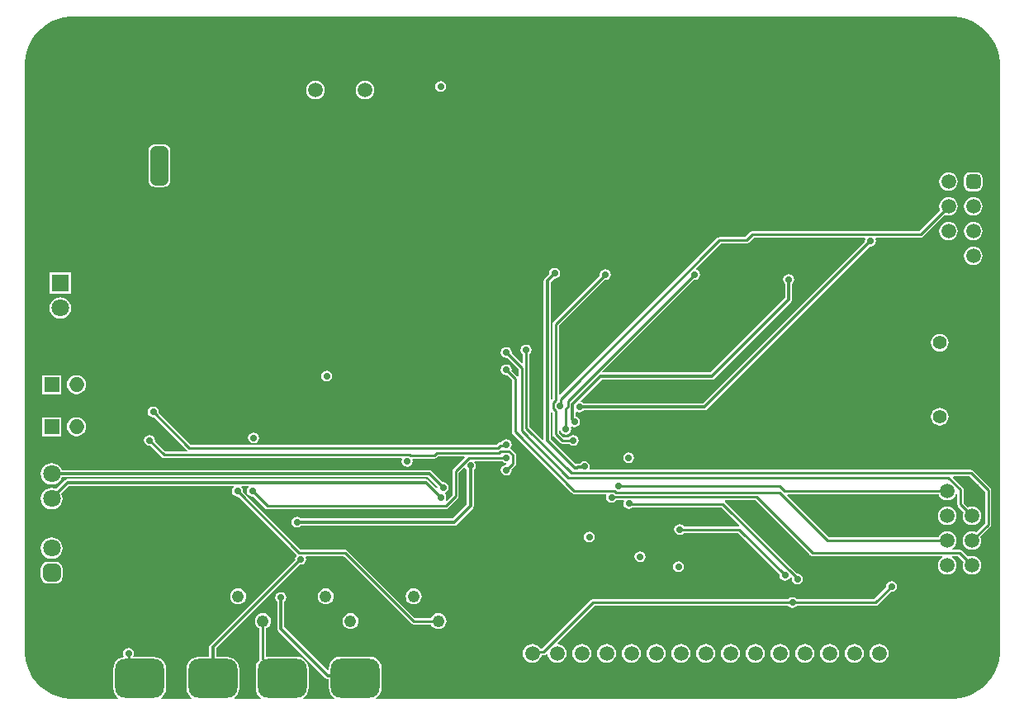
<source format=gbl>
G04*
G04 #@! TF.GenerationSoftware,Altium Limited,Altium Designer,24.1.2 (44)*
G04*
G04 Layer_Physical_Order=4*
G04 Layer_Color=16711680*
%FSLAX44Y44*%
%MOMM*%
G71*
G04*
G04 #@! TF.SameCoordinates,51815DC6-8F92-44A8-A11D-F5E15FB87907*
G04*
G04*
G04 #@! TF.FilePolarity,Positive*
G04*
G01*
G75*
%ADD17C,0.2540*%
%ADD85C,0.3000*%
%ADD87C,1.5200*%
G04:AMPARAMS|DCode=88|XSize=1.52mm|YSize=1.52mm|CornerRadius=0.38mm|HoleSize=0mm|Usage=FLASHONLY|Rotation=0.000|XOffset=0mm|YOffset=0mm|HoleType=Round|Shape=RoundedRectangle|*
%AMROUNDEDRECTD88*
21,1,1.5200,0.7600,0,0,0.0*
21,1,0.7600,1.5200,0,0,0.0*
1,1,0.7600,0.3800,-0.3800*
1,1,0.7600,-0.3800,-0.3800*
1,1,0.7600,-0.3800,0.3800*
1,1,0.7600,0.3800,0.3800*
%
%ADD88ROUNDEDRECTD88*%
%ADD89C,1.5000*%
G04:AMPARAMS|DCode=90|XSize=1.5mm|YSize=1.5mm|CornerRadius=0.375mm|HoleSize=0mm|Usage=FLASHONLY|Rotation=270.000|XOffset=0mm|YOffset=0mm|HoleType=Round|Shape=RoundedRectangle|*
%AMROUNDEDRECTD90*
21,1,1.5000,0.7500,0,0,270.0*
21,1,0.7500,1.5000,0,0,270.0*
1,1,0.7500,-0.3750,-0.3750*
1,1,0.7500,-0.3750,0.3750*
1,1,0.7500,0.3750,0.3750*
1,1,0.7500,0.3750,-0.3750*
%
%ADD90ROUNDEDRECTD90*%
%ADD91R,1.2220X1.2220*%
%ADD92C,1.2220*%
%ADD93R,1.5400X1.5240*%
%ADD94O,1.5400X1.5240*%
%ADD95C,1.8000*%
%ADD96R,1.8000X1.8000*%
%ADD97C,1.4080*%
%ADD98C,7.0000*%
G04:AMPARAMS|DCode=99|XSize=4mm|YSize=1.8mm|CornerRadius=0.45mm|HoleSize=0mm|Usage=FLASHONLY|Rotation=90.000|XOffset=0mm|YOffset=0mm|HoleType=Round|Shape=RoundedRectangle|*
%AMROUNDEDRECTD99*
21,1,4.0000,0.9000,0,0,90.0*
21,1,3.1000,1.8000,0,0,90.0*
1,1,0.9000,0.4500,1.5500*
1,1,0.9000,0.4500,-1.5500*
1,1,0.9000,-0.4500,-1.5500*
1,1,0.9000,-0.4500,1.5500*
%
%ADD99ROUNDEDRECTD99*%
G04:AMPARAMS|DCode=100|XSize=4mm|YSize=1.8mm|CornerRadius=0.45mm|HoleSize=0mm|Usage=FLASHONLY|Rotation=180.000|XOffset=0mm|YOffset=0mm|HoleType=Round|Shape=RoundedRectangle|*
%AMROUNDEDRECTD100*
21,1,4.0000,0.9000,0,0,180.0*
21,1,3.1000,1.8000,0,0,180.0*
1,1,0.9000,-1.5500,0.4500*
1,1,0.9000,1.5500,0.4500*
1,1,0.9000,1.5500,-0.4500*
1,1,0.9000,-1.5500,-0.4500*
%
%ADD100ROUNDEDRECTD100*%
G04:AMPARAMS|DCode=101|XSize=1.8mm|YSize=1.8mm|CornerRadius=0.45mm|HoleSize=0mm|Usage=FLASHONLY|Rotation=180.000|XOffset=0mm|YOffset=0mm|HoleType=Round|Shape=RoundedRectangle|*
%AMROUNDEDRECTD101*
21,1,1.8000,0.9000,0,0,180.0*
21,1,0.9000,1.8000,0,0,180.0*
1,1,0.9000,-0.4500,0.4500*
1,1,0.9000,0.4500,0.4500*
1,1,0.9000,0.4500,-0.4500*
1,1,0.9000,-0.4500,-0.4500*
%
%ADD101ROUNDEDRECTD101*%
%ADD102C,0.7000*%
G04:AMPARAMS|DCode=103|XSize=5mm|YSize=4mm|CornerRadius=1mm|HoleSize=0mm|Usage=FLASHONLY|Rotation=0.000|XOffset=0mm|YOffset=0mm|HoleType=Round|Shape=RoundedRectangle|*
%AMROUNDEDRECTD103*
21,1,5.0000,2.0000,0,0,0.0*
21,1,3.0000,4.0000,0,0,0.0*
1,1,2.0000,1.5000,-1.0000*
1,1,2.0000,-1.5000,-1.0000*
1,1,2.0000,-1.5000,1.0000*
1,1,2.0000,1.5000,1.0000*
%
%ADD103ROUNDEDRECTD103*%
G36*
X950000Y700000D02*
X953277D01*
X959775Y699144D01*
X966106Y697448D01*
X972162Y694940D01*
X977838Y691663D01*
X983038Y687673D01*
X987673Y683038D01*
X991663Y677838D01*
X994940Y672162D01*
X997448Y666106D01*
X999144Y659775D01*
X1000000Y653277D01*
Y650000D01*
X1000000Y650000D01*
X1000000Y650000D01*
X1000000Y50000D01*
Y46723D01*
X999145Y40224D01*
X997448Y33893D01*
X994940Y27838D01*
X991663Y22162D01*
X987673Y16962D01*
X983038Y12327D01*
X977838Y8337D01*
X972162Y5060D01*
X966106Y2552D01*
X959775Y856D01*
X953277Y0D01*
X950000Y0D01*
X360610Y0D01*
X360423Y1270D01*
X362719Y3031D01*
X364642Y5538D01*
X365851Y8457D01*
X366264Y11590D01*
Y31590D01*
X365851Y34723D01*
X364642Y37642D01*
X362719Y40149D01*
X360212Y42072D01*
X357293Y43281D01*
X354160Y43693D01*
X324160D01*
X321027Y43281D01*
X318108Y42072D01*
X315602Y40149D01*
X313678Y37642D01*
X312469Y34723D01*
X312056Y31590D01*
Y29930D01*
X310883Y29444D01*
X266459Y73868D01*
Y99910D01*
X266855Y100175D01*
X268071Y101994D01*
X268498Y104140D01*
X268071Y106286D01*
X266855Y108105D01*
X265036Y109321D01*
X262890Y109748D01*
X260744Y109321D01*
X258925Y108105D01*
X257709Y106286D01*
X257282Y104140D01*
X257709Y101994D01*
X258925Y100175D01*
X259321Y99910D01*
Y72390D01*
X259593Y71024D01*
X260367Y69867D01*
X308894Y21339D01*
X310052Y20566D01*
X311417Y20294D01*
X312056D01*
Y11590D01*
X312469Y8457D01*
X313678Y5538D01*
X315602Y3031D01*
X317897Y1270D01*
X317710Y0D01*
X285610D01*
X285423Y1270D01*
X287719Y3031D01*
X289642Y5538D01*
X290851Y8457D01*
X291264Y11590D01*
Y31590D01*
X290851Y34723D01*
X289642Y37642D01*
X287719Y40149D01*
X285212Y42072D01*
X282293Y43281D01*
X279160Y43693D01*
X249160D01*
X248689Y43632D01*
X247734Y44469D01*
Y72603D01*
X248490Y72916D01*
X250184Y74216D01*
X251484Y75910D01*
X252301Y77883D01*
X252580Y80000D01*
X252301Y82117D01*
X251484Y84090D01*
X250184Y85784D01*
X248490Y87084D01*
X246517Y87901D01*
X244400Y88180D01*
X242283Y87901D01*
X240310Y87084D01*
X238616Y85784D01*
X237316Y84090D01*
X236499Y82117D01*
X236220Y80000D01*
X236499Y77883D01*
X237316Y75910D01*
X238616Y74216D01*
X240310Y72916D01*
X241066Y72603D01*
Y41075D01*
X241164Y40580D01*
X240602Y40149D01*
X238678Y37642D01*
X237469Y34723D01*
X237056Y31590D01*
Y11590D01*
X237469Y8457D01*
X238678Y5538D01*
X240602Y3031D01*
X242897Y1270D01*
X242710Y0D01*
X215552D01*
X215121Y1270D01*
X216668Y2457D01*
X218592Y4964D01*
X219801Y7883D01*
X220214Y11016D01*
Y31016D01*
X219801Y34149D01*
X218592Y37068D01*
X216668Y39574D01*
X214162Y41498D01*
X211243Y42707D01*
X208110Y43120D01*
X196679D01*
Y51932D01*
X282742Y137995D01*
X283210Y137902D01*
X285356Y138329D01*
X287175Y139545D01*
X288391Y141364D01*
X288818Y143510D01*
X288391Y145656D01*
X288277Y145826D01*
X288876Y146946D01*
X327129D01*
X396432Y77642D01*
X397514Y76920D01*
X398790Y76666D01*
X417053D01*
X417366Y75910D01*
X418666Y74216D01*
X420360Y72916D01*
X422333Y72099D01*
X424450Y71820D01*
X426567Y72099D01*
X428540Y72916D01*
X430234Y74216D01*
X431534Y75910D01*
X432351Y77883D01*
X432630Y80000D01*
X432351Y82117D01*
X431534Y84090D01*
X430234Y85784D01*
X428540Y87084D01*
X426567Y87901D01*
X424450Y88180D01*
X422333Y87901D01*
X420360Y87084D01*
X418666Y85784D01*
X417366Y84090D01*
X417053Y83334D01*
X400171D01*
X330868Y152638D01*
X329786Y153360D01*
X328510Y153614D01*
X282948D01*
X223947Y212615D01*
X224095Y213360D01*
X223668Y215506D01*
X222453Y217325D01*
X222324Y217411D01*
X222709Y218681D01*
X229458D01*
X229844Y217411D01*
X229715Y217325D01*
X228499Y215506D01*
X228072Y213360D01*
X228499Y211214D01*
X229715Y209395D01*
X231534Y208179D01*
X233680Y207752D01*
X234425Y207900D01*
X246562Y195763D01*
X247644Y195040D01*
X248920Y194786D01*
X431800D01*
X433076Y195040D01*
X434157Y195763D01*
X444318Y205922D01*
X445040Y207004D01*
X445294Y208280D01*
Y232373D01*
X450764Y237843D01*
X451979Y237474D01*
X452019Y237274D01*
X453235Y235455D01*
X453631Y235190D01*
Y199598D01*
X439212Y185179D01*
X283630D01*
X283365Y185575D01*
X281546Y186791D01*
X279400Y187218D01*
X277254Y186791D01*
X275435Y185575D01*
X274219Y183756D01*
X273792Y181610D01*
X274219Y179464D01*
X275435Y177645D01*
X277254Y176429D01*
X279400Y176002D01*
X281546Y176429D01*
X283365Y177645D01*
X283630Y178041D01*
X440690D01*
X442056Y178313D01*
X443213Y179087D01*
X459723Y195597D01*
X460497Y196754D01*
X460769Y198120D01*
Y235190D01*
X461165Y235455D01*
X462381Y237274D01*
X462808Y239420D01*
X462381Y241566D01*
X461392Y243046D01*
X461884Y244316D01*
X489643D01*
X490065Y243685D01*
X491884Y242469D01*
X493797Y242089D01*
X494256Y241366D01*
X494436Y240828D01*
X494205Y240523D01*
X494030Y240558D01*
X491884Y240131D01*
X490065Y238915D01*
X488849Y237096D01*
X488422Y234950D01*
X488849Y232804D01*
X490065Y230985D01*
X491884Y229769D01*
X494030Y229342D01*
X496176Y229769D01*
X497995Y230985D01*
X499211Y232804D01*
X499638Y234950D01*
X499490Y235695D01*
X503158Y239363D01*
X503880Y240444D01*
X504134Y241720D01*
Y250454D01*
X503880Y251730D01*
X503158Y252812D01*
X499192Y256777D01*
X498158Y257468D01*
X499211Y259044D01*
X499638Y261190D01*
X499211Y263336D01*
X497995Y265155D01*
X496176Y266371D01*
X494030Y266798D01*
X491884Y266371D01*
X490065Y265155D01*
X489073Y263671D01*
X487977D01*
X486701Y263417D01*
X485619Y262694D01*
X484069Y261144D01*
X235336D01*
X235210Y262414D01*
X235876Y262546D01*
X237096Y262789D01*
X238915Y264005D01*
X240131Y265824D01*
X240558Y267970D01*
X240131Y270116D01*
X238915Y271935D01*
X237096Y273151D01*
X234950Y273578D01*
X232804Y273151D01*
X230985Y271935D01*
X229769Y270116D01*
X229342Y267970D01*
X229769Y265824D01*
X230985Y264005D01*
X232804Y262789D01*
X234024Y262546D01*
X234690Y262414D01*
X234564Y261144D01*
X170291D01*
X137540Y293895D01*
X137688Y294640D01*
X137261Y296786D01*
X136045Y298605D01*
X134226Y299821D01*
X132080Y300248D01*
X129934Y299821D01*
X128115Y298605D01*
X126899Y296786D01*
X126472Y294640D01*
X126899Y292494D01*
X128115Y290675D01*
X129934Y289459D01*
X132080Y289032D01*
X132825Y289180D01*
X166553Y255452D01*
X166909Y255214D01*
X166524Y253944D01*
X144471D01*
X133730Y264685D01*
X133878Y265430D01*
X133451Y267576D01*
X132235Y269395D01*
X130416Y270611D01*
X128270Y271038D01*
X126124Y270611D01*
X124305Y269395D01*
X123089Y267576D01*
X122662Y265430D01*
X123089Y263284D01*
X124305Y261465D01*
X126124Y260249D01*
X128270Y259822D01*
X129015Y259970D01*
X140732Y248253D01*
X141814Y247530D01*
X143090Y247276D01*
X386764D01*
X387363Y246156D01*
X387249Y245986D01*
X386822Y243840D01*
X387249Y241694D01*
X388465Y239875D01*
X390284Y238659D01*
X392430Y238232D01*
X394576Y238659D01*
X396395Y239875D01*
X397611Y241694D01*
X398038Y243840D01*
X397690Y245586D01*
X398441Y246856D01*
X420370D01*
X421646Y247110D01*
X422728Y247833D01*
X423866Y248971D01*
X450802D01*
X451288Y247798D01*
X439603Y236112D01*
X438880Y235030D01*
X438626Y233754D01*
Y209661D01*
X432621Y203657D01*
X431635Y204466D01*
X431901Y204864D01*
X432328Y207010D01*
X431901Y209156D01*
X430936Y210601D01*
X431309Y211970D01*
X431406Y211989D01*
X433225Y213205D01*
X434441Y215024D01*
X434868Y217170D01*
X434441Y219316D01*
X433225Y221135D01*
X431406Y222351D01*
X429260Y222778D01*
X428792Y222685D01*
X417813Y233663D01*
X416656Y234437D01*
X415290Y234709D01*
X38368D01*
X37548Y236688D01*
X35785Y238985D01*
X33488Y240749D01*
X30812Y241857D01*
X27940Y242235D01*
X25068Y241857D01*
X22392Y240749D01*
X20095Y238985D01*
X18332Y236688D01*
X17223Y234012D01*
X16845Y231140D01*
X17223Y228268D01*
X18332Y225592D01*
X20095Y223295D01*
X22392Y221532D01*
X25068Y220423D01*
X27940Y220045D01*
X30812Y220423D01*
X33487Y221532D01*
X35785Y223295D01*
X37548Y225592D01*
X38368Y227571D01*
X413812D01*
X423379Y218004D01*
X423293Y217280D01*
X421959Y216818D01*
X414003Y224773D01*
X412846Y225547D01*
X411480Y225819D01*
X44450D01*
X43084Y225547D01*
X41927Y224773D01*
X32791Y215637D01*
X30812Y216457D01*
X27940Y216835D01*
X25068Y216457D01*
X22392Y215348D01*
X20095Y213585D01*
X18332Y211287D01*
X17223Y208612D01*
X16845Y205740D01*
X17223Y202868D01*
X18332Y200193D01*
X20095Y197895D01*
X22392Y196131D01*
X25068Y195023D01*
X27940Y194645D01*
X30812Y195023D01*
X33487Y196131D01*
X35785Y197895D01*
X37548Y200193D01*
X38657Y202868D01*
X39035Y205740D01*
X38657Y208612D01*
X37837Y210590D01*
X45928Y218681D01*
X214266D01*
X214651Y217411D01*
X214522Y217325D01*
X213307Y215506D01*
X212880Y213360D01*
X213307Y211214D01*
X214522Y209395D01*
X216341Y208179D01*
X218487Y207752D01*
X219232Y207900D01*
X278576Y148556D01*
X279116Y147683D01*
X278735Y146712D01*
X278029Y145656D01*
X277602Y143510D01*
X277695Y143042D01*
X190587Y55933D01*
X189813Y54776D01*
X189541Y53410D01*
Y43120D01*
X178110D01*
X174977Y42707D01*
X172058Y41498D01*
X169552Y39574D01*
X167628Y37068D01*
X166419Y34149D01*
X166006Y31016D01*
Y11016D01*
X166419Y7883D01*
X167628Y4964D01*
X169552Y2457D01*
X171099Y1270D01*
X170668Y0D01*
X140552D01*
X140121Y1270D01*
X141669Y2457D01*
X143592Y4964D01*
X144801Y7883D01*
X145214Y11016D01*
Y31016D01*
X144801Y34149D01*
X143592Y37068D01*
X141669Y39574D01*
X139162Y41498D01*
X136243Y42707D01*
X133110Y43120D01*
X112056D01*
X111457Y44240D01*
X111861Y44844D01*
X112288Y46990D01*
X111861Y49136D01*
X110645Y50955D01*
X108826Y52171D01*
X106680Y52598D01*
X104534Y52171D01*
X102715Y50955D01*
X101499Y49136D01*
X101072Y46990D01*
X101499Y44844D01*
X102020Y44064D01*
X101496Y42907D01*
X99977Y42707D01*
X97058Y41498D01*
X94551Y39574D01*
X92628Y37068D01*
X91419Y34149D01*
X91006Y31016D01*
Y11016D01*
X91419Y7883D01*
X92628Y4964D01*
X94551Y2457D01*
X96099Y1270D01*
X95668Y0D01*
X50000D01*
X46723D01*
X40224Y856D01*
X33893Y2552D01*
X27838Y5060D01*
X22162Y8337D01*
X16962Y12327D01*
X12327Y16962D01*
X8337Y22162D01*
X5060Y27838D01*
X2552Y33893D01*
X856Y40224D01*
X0Y46723D01*
X0Y50000D01*
X0Y650000D01*
Y653277D01*
X856Y659775D01*
X2552Y666106D01*
X5060Y672162D01*
X8337Y677838D01*
X12327Y683038D01*
X16962Y687673D01*
X22162Y691663D01*
X27838Y694940D01*
X33893Y697448D01*
X40224Y699144D01*
X46723Y700000D01*
X50000Y700000D01*
X50000Y700000D01*
X950000Y700000D01*
D02*
G37*
%LPC*%
G36*
X426720Y634258D02*
X424574Y633831D01*
X422755Y632615D01*
X421539Y630796D01*
X421112Y628650D01*
X421539Y626504D01*
X422755Y624685D01*
X424574Y623469D01*
X426720Y623042D01*
X428866Y623469D01*
X430685Y624685D01*
X431901Y626504D01*
X432328Y628650D01*
X431901Y630796D01*
X430685Y632615D01*
X428866Y633831D01*
X426720Y634258D01*
D02*
G37*
G36*
X349250Y634422D02*
X346770Y634095D01*
X344459Y633138D01*
X342475Y631615D01*
X340952Y629631D01*
X339995Y627320D01*
X339668Y624840D01*
X339995Y622360D01*
X340952Y620049D01*
X342475Y618064D01*
X344459Y616542D01*
X346770Y615584D01*
X349250Y615258D01*
X351730Y615584D01*
X354041Y616542D01*
X356025Y618064D01*
X357548Y620049D01*
X358506Y622360D01*
X358832Y624840D01*
X358506Y627320D01*
X357548Y629631D01*
X356025Y631615D01*
X354041Y633138D01*
X351730Y634095D01*
X349250Y634422D01*
D02*
G37*
G36*
X298450D02*
X295970Y634095D01*
X293659Y633138D01*
X291675Y631615D01*
X290152Y629631D01*
X289195Y627320D01*
X288868Y624840D01*
X289195Y622360D01*
X290152Y620049D01*
X291675Y618064D01*
X293659Y616542D01*
X295970Y615584D01*
X298450Y615258D01*
X300930Y615584D01*
X303241Y616542D01*
X305226Y618064D01*
X306748Y620049D01*
X307705Y622360D01*
X308032Y624840D01*
X307705Y627320D01*
X306748Y629631D01*
X305226Y631615D01*
X303241Y633138D01*
X300930Y634095D01*
X298450Y634422D01*
D02*
G37*
G36*
X142750Y569426D02*
X133750D01*
X132053Y569203D01*
X130472Y568548D01*
X129114Y567506D01*
X128072Y566148D01*
X127417Y564567D01*
X127194Y562870D01*
Y531870D01*
X127417Y530173D01*
X128072Y528592D01*
X129114Y527234D01*
X130472Y526192D01*
X132053Y525537D01*
X133750Y525314D01*
X142750D01*
X144447Y525537D01*
X146028Y526192D01*
X147386Y527234D01*
X148428Y528592D01*
X149083Y530173D01*
X149306Y531870D01*
Y562870D01*
X149083Y564567D01*
X148428Y566148D01*
X147386Y567506D01*
X146028Y568548D01*
X144447Y569203D01*
X142750Y569426D01*
D02*
G37*
G36*
X947420Y540442D02*
X944940Y540116D01*
X942629Y539158D01*
X940645Y537635D01*
X939122Y535651D01*
X938165Y533340D01*
X937838Y530860D01*
X938165Y528380D01*
X939122Y526069D01*
X940645Y524085D01*
X942629Y522562D01*
X944940Y521604D01*
X947420Y521278D01*
X949900Y521604D01*
X952211Y522562D01*
X954195Y524085D01*
X955718Y526069D01*
X956675Y528380D01*
X957002Y530860D01*
X956675Y533340D01*
X955718Y535651D01*
X954195Y537635D01*
X952211Y539158D01*
X949900Y540116D01*
X947420Y540442D01*
D02*
G37*
G36*
X976570Y540473D02*
X969070D01*
X966826Y540026D01*
X964924Y538755D01*
X963654Y536853D01*
X963207Y534610D01*
Y527110D01*
X963654Y524866D01*
X964924Y522965D01*
X966826Y521694D01*
X969070Y521247D01*
X976570D01*
X978813Y521694D01*
X980715Y522965D01*
X981986Y524866D01*
X982433Y527110D01*
Y534610D01*
X981986Y536853D01*
X980715Y538755D01*
X978813Y540026D01*
X976570Y540473D01*
D02*
G37*
G36*
X972820Y515042D02*
X970340Y514715D01*
X968029Y513758D01*
X966044Y512235D01*
X964522Y510251D01*
X963565Y507940D01*
X963238Y505460D01*
X963565Y502980D01*
X964522Y500669D01*
X966044Y498685D01*
X968029Y497162D01*
X970340Y496204D01*
X972820Y495878D01*
X975300Y496204D01*
X977611Y497162D01*
X979595Y498685D01*
X981118Y500669D01*
X982076Y502980D01*
X982402Y505460D01*
X982076Y507940D01*
X981118Y510251D01*
X979595Y512235D01*
X977611Y513758D01*
X975300Y514715D01*
X972820Y515042D01*
D02*
G37*
G36*
X947420D02*
X944940Y514715D01*
X942629Y513758D01*
X940645Y512235D01*
X939122Y510251D01*
X938165Y507940D01*
X937838Y505460D01*
X938165Y502980D01*
X938768Y501523D01*
X917249Y480004D01*
X746244D01*
X744968Y479750D01*
X743887Y479027D01*
X738938Y474079D01*
X712631D01*
X711355Y473825D01*
X710273Y473103D01*
X549337Y312167D01*
X548164Y312653D01*
Y383429D01*
X594885Y430150D01*
X595630Y430002D01*
X597776Y430429D01*
X599595Y431645D01*
X600811Y433464D01*
X601238Y435610D01*
X600811Y437756D01*
X599595Y439575D01*
X597776Y440791D01*
X595630Y441218D01*
X593484Y440791D01*
X591665Y439575D01*
X590449Y437756D01*
X590022Y435610D01*
X590170Y434865D01*
X542472Y387168D01*
X541750Y386086D01*
X541496Y384810D01*
Y308360D01*
X540684Y307715D01*
X539509Y308231D01*
Y427782D01*
X543092Y431365D01*
X543560Y431272D01*
X545706Y431699D01*
X547525Y432915D01*
X548741Y434734D01*
X549168Y436880D01*
X548741Y439026D01*
X547525Y440845D01*
X545706Y442061D01*
X543560Y442488D01*
X541414Y442061D01*
X539595Y440845D01*
X538379Y439026D01*
X537952Y436880D01*
X538045Y436412D01*
X533417Y431783D01*
X532643Y430626D01*
X532371Y429260D01*
Y266620D01*
X531101Y266094D01*
X517684Y279511D01*
Y353753D01*
X518315Y354175D01*
X519531Y355994D01*
X519958Y358140D01*
X519531Y360286D01*
X518315Y362105D01*
X516496Y363321D01*
X514350Y363748D01*
X512204Y363321D01*
X510385Y362105D01*
X509169Y360286D01*
X508742Y358140D01*
X509169Y355994D01*
X510385Y354175D01*
X511016Y353753D01*
Y344989D01*
X509843Y344502D01*
X499490Y354855D01*
X499638Y355600D01*
X499211Y357746D01*
X497995Y359565D01*
X496176Y360781D01*
X494030Y361208D01*
X491884Y360781D01*
X490065Y359565D01*
X488849Y357746D01*
X488422Y355600D01*
X488849Y353454D01*
X490065Y351635D01*
X491884Y350419D01*
X494030Y349992D01*
X494775Y350140D01*
X506476Y338439D01*
Y331780D01*
X505511Y331383D01*
X505206Y331359D01*
X499490Y337075D01*
X499638Y337820D01*
X499211Y339966D01*
X497995Y341785D01*
X496176Y343001D01*
X494030Y343428D01*
X491884Y343001D01*
X490065Y341785D01*
X488849Y339966D01*
X488422Y337820D01*
X488849Y335674D01*
X490065Y333855D01*
X491884Y332639D01*
X494030Y332212D01*
X494775Y332360D01*
X499586Y327549D01*
Y274320D01*
X499840Y273044D01*
X500563Y271963D01*
X561102Y211423D01*
X562184Y210700D01*
X563460Y210446D01*
X596314D01*
X596913Y209326D01*
X596799Y209156D01*
X596372Y207010D01*
X596799Y204864D01*
X598015Y203045D01*
X599834Y201829D01*
X601980Y201402D01*
X604126Y201829D01*
X605945Y203045D01*
X606710Y204189D01*
X614097D01*
X614696Y203069D01*
X614582Y202899D01*
X614155Y200753D01*
X614582Y198607D01*
X615798Y196788D01*
X617617Y195572D01*
X619763Y195145D01*
X621909Y195572D01*
X623728Y196788D01*
X623807Y196906D01*
X714733D01*
X733077Y178562D01*
X732941Y177975D01*
X732519Y177324D01*
X676217D01*
X675795Y177955D01*
X673976Y179171D01*
X671830Y179598D01*
X669684Y179171D01*
X667865Y177955D01*
X666649Y176136D01*
X666222Y173990D01*
X666649Y171844D01*
X667865Y170025D01*
X669684Y168809D01*
X671830Y168382D01*
X673976Y168809D01*
X675795Y170025D01*
X676217Y170656D01*
X731409D01*
X774320Y127745D01*
X774172Y127000D01*
X774599Y124854D01*
X775815Y123035D01*
X777634Y121819D01*
X779780Y121392D01*
X781926Y121819D01*
X783745Y123035D01*
X784961Y124854D01*
X785001Y125054D01*
X786216Y125423D01*
X787134Y124505D01*
X786872Y123190D01*
X787299Y121044D01*
X788515Y119225D01*
X790334Y118009D01*
X792480Y117582D01*
X794626Y118009D01*
X796445Y119225D01*
X797661Y121044D01*
X798088Y123190D01*
X797661Y125336D01*
X796445Y127155D01*
X794626Y128371D01*
X792480Y128798D01*
X792306Y128763D01*
X718472Y202598D01*
X717991Y202919D01*
X718376Y204189D01*
X749290D01*
X805977Y147502D01*
X807058Y146780D01*
X808334Y146526D01*
X940767D01*
X940840Y146395D01*
X941095Y145256D01*
X939375Y143935D01*
X937852Y141951D01*
X936895Y139640D01*
X936568Y137160D01*
X936895Y134680D01*
X937852Y132369D01*
X939375Y130385D01*
X941359Y128862D01*
X943670Y127905D01*
X946150Y127578D01*
X948630Y127905D01*
X950941Y128862D01*
X952925Y130385D01*
X954448Y132369D01*
X955406Y134680D01*
X955732Y137160D01*
X955406Y139640D01*
X954448Y141951D01*
X952925Y143935D01*
X951205Y145256D01*
X951460Y146395D01*
X951533Y146526D01*
X957469D01*
X962898Y141097D01*
X962294Y139640D01*
X961968Y137160D01*
X962294Y134680D01*
X963252Y132369D01*
X964774Y130385D01*
X966759Y128862D01*
X969070Y127905D01*
X971550Y127578D01*
X974030Y127905D01*
X976341Y128862D01*
X978325Y130385D01*
X979848Y132369D01*
X980806Y134680D01*
X981132Y137160D01*
X980806Y139640D01*
X979848Y141951D01*
X978325Y143935D01*
X976341Y145458D01*
X974030Y146416D01*
X971550Y146742D01*
X969070Y146416D01*
X967613Y145812D01*
X961208Y152218D01*
X960126Y152940D01*
X958850Y153194D01*
X951533D01*
X951460Y153325D01*
X951205Y154464D01*
X952925Y155785D01*
X954448Y157769D01*
X955406Y160080D01*
X955732Y162560D01*
X955406Y165040D01*
X954448Y167351D01*
X952925Y169335D01*
X950941Y170858D01*
X948630Y171815D01*
X946150Y172142D01*
X943670Y171815D01*
X941359Y170858D01*
X939375Y169335D01*
X937852Y167351D01*
X937248Y165894D01*
X825093D01*
X782134Y208853D01*
X782620Y210026D01*
X937248D01*
X937852Y208569D01*
X939375Y206585D01*
X941359Y205062D01*
X943670Y204104D01*
X946150Y203778D01*
X948630Y204104D01*
X950941Y205062D01*
X952925Y206585D01*
X954448Y208569D01*
X955284Y210588D01*
X956554Y210335D01*
Y199622D01*
X956808Y198346D01*
X957531Y197264D01*
X962898Y191897D01*
X962294Y190440D01*
X961968Y187960D01*
X962294Y185480D01*
X963252Y183169D01*
X964774Y181185D01*
X966759Y179662D01*
X969070Y178704D01*
X971550Y178378D01*
X974030Y178704D01*
X976341Y179662D01*
X978325Y181185D01*
X979848Y183169D01*
X980806Y185480D01*
X981132Y187960D01*
X980806Y190440D01*
X979848Y192751D01*
X978325Y194735D01*
X976341Y196258D01*
X974030Y197215D01*
X971550Y197542D01*
X969070Y197215D01*
X967613Y196612D01*
X963223Y201003D01*
Y214853D01*
X962969Y216129D01*
X962246Y217210D01*
X952058Y227398D01*
X952544Y228571D01*
X969052D01*
X984726Y212897D01*
Y180451D01*
X975487Y171212D01*
X974030Y171815D01*
X971550Y172142D01*
X969070Y171815D01*
X966759Y170858D01*
X964774Y169335D01*
X963252Y167351D01*
X962294Y165040D01*
X961968Y162560D01*
X962294Y160080D01*
X963252Y157769D01*
X964774Y155785D01*
X966759Y154262D01*
X969070Y153305D01*
X971550Y152978D01*
X974030Y153305D01*
X976341Y154262D01*
X978325Y155785D01*
X979848Y157769D01*
X980806Y160080D01*
X981132Y162560D01*
X980806Y165040D01*
X980202Y166497D01*
X990417Y176712D01*
X991140Y177794D01*
X991394Y179070D01*
Y214278D01*
X991140Y215554D01*
X990417Y216635D01*
X972790Y234263D01*
X971708Y234986D01*
X970433Y235239D01*
X579706D01*
X579107Y236359D01*
X579221Y236529D01*
X579648Y238675D01*
X579221Y240821D01*
X578005Y242640D01*
X576186Y243856D01*
X574040Y244283D01*
X571894Y243856D01*
X570075Y242640D01*
X569298Y241479D01*
X567300D01*
X565934Y241207D01*
X565712Y241059D01*
X565358D01*
X539509Y266908D01*
Y293749D01*
X540684Y294265D01*
X541496Y293620D01*
Y271780D01*
X541750Y270504D01*
X542472Y269422D01*
X548822Y263072D01*
X549904Y262350D01*
X551180Y262096D01*
X558223D01*
X558645Y261465D01*
X560464Y260249D01*
X562610Y259822D01*
X564756Y260249D01*
X566575Y261465D01*
X567791Y263284D01*
X568218Y265430D01*
X567791Y267576D01*
X566575Y269395D01*
X564756Y270611D01*
X562610Y271038D01*
X560464Y270611D01*
X558645Y269395D01*
X558223Y268764D01*
X552561D01*
X548164Y273161D01*
Y275969D01*
X548245Y276066D01*
X549092Y275982D01*
X549607Y275728D01*
X549809Y274714D01*
X551025Y272895D01*
X552844Y271679D01*
X554990Y271252D01*
X557136Y271679D01*
X558955Y272895D01*
X560171Y274714D01*
X560598Y276860D01*
X560214Y278787D01*
X560737Y279333D01*
X561244Y279627D01*
X561734Y279299D01*
X563880Y278872D01*
X566026Y279299D01*
X567845Y280515D01*
X569061Y282334D01*
X569488Y284480D01*
X569061Y286626D01*
X567845Y288445D01*
X566026Y289661D01*
X565529Y289760D01*
Y294051D01*
X566649Y294650D01*
X566814Y294539D01*
X568960Y294112D01*
X571106Y294539D01*
X572925Y295755D01*
X573190Y296151D01*
X697230D01*
X698596Y296423D01*
X699753Y297197D01*
X866942Y464385D01*
X867410Y464292D01*
X869556Y464719D01*
X871375Y465935D01*
X872591Y467754D01*
X873018Y469900D01*
X872591Y472046D01*
X872477Y472216D01*
X873076Y473336D01*
X918630D01*
X919906Y473590D01*
X920987Y474313D01*
X943483Y496808D01*
X944940Y496204D01*
X947420Y495878D01*
X949900Y496204D01*
X952211Y497162D01*
X954195Y498685D01*
X955718Y500669D01*
X956675Y502980D01*
X957002Y505460D01*
X956675Y507940D01*
X955718Y510251D01*
X954195Y512235D01*
X952211Y513758D01*
X949900Y514715D01*
X947420Y515042D01*
D02*
G37*
G36*
X972820Y489642D02*
X970340Y489315D01*
X968029Y488358D01*
X966044Y486835D01*
X964522Y484851D01*
X963565Y482540D01*
X963238Y480060D01*
X963565Y477580D01*
X964522Y475269D01*
X966044Y473284D01*
X968029Y471762D01*
X970340Y470804D01*
X972820Y470478D01*
X975300Y470804D01*
X977611Y471762D01*
X979595Y473284D01*
X981118Y475269D01*
X982076Y477580D01*
X982402Y480060D01*
X982076Y482540D01*
X981118Y484851D01*
X979595Y486835D01*
X977611Y488358D01*
X975300Y489315D01*
X972820Y489642D01*
D02*
G37*
G36*
X947420D02*
X944940Y489315D01*
X942629Y488358D01*
X940645Y486835D01*
X939122Y484851D01*
X938165Y482540D01*
X937838Y480060D01*
X938165Y477580D01*
X939122Y475269D01*
X940645Y473284D01*
X942629Y471762D01*
X944940Y470804D01*
X947420Y470478D01*
X949900Y470804D01*
X952211Y471762D01*
X954195Y473284D01*
X955718Y475269D01*
X956675Y477580D01*
X957002Y480060D01*
X956675Y482540D01*
X955718Y484851D01*
X954195Y486835D01*
X952211Y488358D01*
X949900Y489315D01*
X947420Y489642D01*
D02*
G37*
G36*
X972820Y464242D02*
X970340Y463915D01*
X968029Y462958D01*
X966044Y461435D01*
X964522Y459451D01*
X963565Y457140D01*
X963238Y454660D01*
X963565Y452180D01*
X964522Y449869D01*
X966044Y447884D01*
X968029Y446362D01*
X970340Y445405D01*
X972820Y445078D01*
X975300Y445405D01*
X977611Y446362D01*
X979595Y447884D01*
X981118Y449869D01*
X982076Y452180D01*
X982402Y454660D01*
X982076Y457140D01*
X981118Y459451D01*
X979595Y461435D01*
X977611Y462958D01*
X975300Y463915D01*
X972820Y464242D01*
D02*
G37*
G36*
X47830Y437720D02*
X25830D01*
Y415720D01*
X47830D01*
Y437720D01*
D02*
G37*
G36*
X36830Y412415D02*
X33958Y412037D01*
X31282Y410928D01*
X28985Y409165D01*
X27222Y406867D01*
X26113Y404192D01*
X25735Y401320D01*
X26113Y398448D01*
X27222Y395773D01*
X28985Y393475D01*
X31282Y391712D01*
X33958Y390603D01*
X36830Y390225D01*
X39702Y390603D01*
X42378Y391712D01*
X44675Y393475D01*
X46438Y395773D01*
X47547Y398448D01*
X47925Y401320D01*
X47547Y404192D01*
X46438Y406867D01*
X44675Y409165D01*
X42378Y410928D01*
X39702Y412037D01*
X36830Y412415D01*
D02*
G37*
G36*
X938530Y374778D02*
X936170Y374467D01*
X933971Y373556D01*
X932083Y372107D01*
X930634Y370219D01*
X929723Y368020D01*
X929412Y365660D01*
X929723Y363300D01*
X930634Y361101D01*
X932083Y359213D01*
X933971Y357764D01*
X936170Y356853D01*
X938530Y356542D01*
X940890Y356853D01*
X943089Y357764D01*
X944977Y359213D01*
X946426Y361101D01*
X947337Y363300D01*
X947648Y365660D01*
X947337Y368020D01*
X946426Y370219D01*
X944977Y372107D01*
X943089Y373556D01*
X940890Y374467D01*
X938530Y374778D01*
D02*
G37*
G36*
X309880Y337078D02*
X307734Y336651D01*
X305915Y335435D01*
X304699Y333616D01*
X304272Y331470D01*
X304699Y329324D01*
X305915Y327505D01*
X307734Y326289D01*
X309880Y325862D01*
X312026Y326289D01*
X313845Y327505D01*
X315061Y329324D01*
X315488Y331470D01*
X315061Y333616D01*
X313845Y335435D01*
X312026Y336651D01*
X309880Y337078D01*
D02*
G37*
G36*
X37640Y332200D02*
X18240D01*
Y312960D01*
X37640D01*
Y332200D01*
D02*
G37*
G36*
X53420Y332283D02*
X53260D01*
X50749Y331952D01*
X48408Y330983D01*
X46399Y329441D01*
X44857Y327431D01*
X43888Y325091D01*
X43557Y322580D01*
X43888Y320069D01*
X44857Y317729D01*
X46399Y315719D01*
X48408Y314177D01*
X50749Y313208D01*
X53260Y312877D01*
X53420D01*
X55931Y313208D01*
X58271Y314177D01*
X60281Y315719D01*
X61823Y317729D01*
X62792Y320069D01*
X63123Y322580D01*
X62792Y325091D01*
X61823Y327431D01*
X60281Y329441D01*
X58271Y330983D01*
X55931Y331952D01*
X53420Y332283D01*
D02*
G37*
G36*
X938530Y298778D02*
X936170Y298467D01*
X933971Y297556D01*
X932083Y296107D01*
X930634Y294219D01*
X929723Y292020D01*
X929412Y289660D01*
X929723Y287300D01*
X930634Y285101D01*
X932083Y283213D01*
X933971Y281764D01*
X936170Y280853D01*
X938530Y280542D01*
X940890Y280853D01*
X943089Y281764D01*
X944977Y283213D01*
X946426Y285101D01*
X947337Y287300D01*
X947648Y289660D01*
X947337Y292020D01*
X946426Y294219D01*
X944977Y296107D01*
X943089Y297556D01*
X940890Y298467D01*
X938530Y298778D01*
D02*
G37*
G36*
X37640Y289020D02*
X18240D01*
Y269780D01*
X37640D01*
Y289020D01*
D02*
G37*
G36*
X53420Y289103D02*
X53260D01*
X50749Y288772D01*
X48408Y287803D01*
X46399Y286261D01*
X44857Y284251D01*
X43888Y281911D01*
X43557Y279400D01*
X43888Y276889D01*
X44857Y274548D01*
X46399Y272539D01*
X48408Y270997D01*
X50749Y270028D01*
X53260Y269697D01*
X53420D01*
X55931Y270028D01*
X58271Y270997D01*
X60281Y272539D01*
X61823Y274548D01*
X62792Y276889D01*
X63123Y279400D01*
X62792Y281911D01*
X61823Y284251D01*
X60281Y286261D01*
X58271Y287803D01*
X55931Y288772D01*
X53420Y289103D01*
D02*
G37*
G36*
X619500Y253258D02*
X617354Y252831D01*
X615535Y251615D01*
X614319Y249796D01*
X613892Y247650D01*
X614319Y245504D01*
X615535Y243685D01*
X617354Y242469D01*
X619500Y242042D01*
X621646Y242469D01*
X623465Y243685D01*
X624681Y245504D01*
X625108Y247650D01*
X624681Y249796D01*
X623465Y251615D01*
X621646Y252831D01*
X619500Y253258D01*
D02*
G37*
G36*
X946150Y197542D02*
X943670Y197215D01*
X941359Y196258D01*
X939375Y194735D01*
X937852Y192751D01*
X936895Y190440D01*
X936568Y187960D01*
X936895Y185480D01*
X937852Y183169D01*
X939375Y181185D01*
X941359Y179662D01*
X943670Y178704D01*
X946150Y178378D01*
X948630Y178704D01*
X950941Y179662D01*
X952925Y181185D01*
X954448Y183169D01*
X955406Y185480D01*
X955732Y187960D01*
X955406Y190440D01*
X954448Y192751D01*
X952925Y194735D01*
X950941Y196258D01*
X948630Y197215D01*
X946150Y197542D01*
D02*
G37*
G36*
X579120Y171978D02*
X576974Y171551D01*
X575155Y170335D01*
X573939Y168516D01*
X573512Y166370D01*
X573939Y164224D01*
X575155Y162405D01*
X576974Y161189D01*
X579120Y160762D01*
X581266Y161189D01*
X583085Y162405D01*
X584301Y164224D01*
X584728Y166370D01*
X584301Y168516D01*
X583085Y170335D01*
X581266Y171551D01*
X579120Y171978D01*
D02*
G37*
G36*
X27940Y166035D02*
X25068Y165657D01*
X22392Y164548D01*
X20095Y162785D01*
X18332Y160487D01*
X17223Y157812D01*
X16845Y154940D01*
X17223Y152068D01*
X18332Y149392D01*
X20095Y147095D01*
X22392Y145331D01*
X25068Y144223D01*
X27940Y143845D01*
X30812Y144223D01*
X33487Y145331D01*
X35785Y147095D01*
X37548Y149392D01*
X38657Y152068D01*
X39035Y154940D01*
X38657Y157812D01*
X37548Y160487D01*
X35785Y162785D01*
X33488Y164548D01*
X30812Y165657D01*
X27940Y166035D01*
D02*
G37*
G36*
X631190Y151658D02*
X629044Y151231D01*
X627225Y150015D01*
X626009Y148196D01*
X625582Y146050D01*
X626009Y143904D01*
X627225Y142085D01*
X629044Y140869D01*
X631190Y140442D01*
X633336Y140869D01*
X635155Y142085D01*
X636371Y143904D01*
X636798Y146050D01*
X636371Y148196D01*
X635155Y150015D01*
X633336Y151231D01*
X631190Y151658D01*
D02*
G37*
G36*
X670560Y141498D02*
X668414Y141071D01*
X666595Y139855D01*
X665379Y138036D01*
X664952Y135890D01*
X665379Y133744D01*
X666595Y131925D01*
X668414Y130709D01*
X670560Y130282D01*
X672706Y130709D01*
X674525Y131925D01*
X675741Y133744D01*
X676168Y135890D01*
X675741Y138036D01*
X674525Y139855D01*
X672706Y141071D01*
X670560Y141498D01*
D02*
G37*
G36*
X32440Y140596D02*
X23440D01*
X21743Y140373D01*
X20162Y139718D01*
X18804Y138676D01*
X17762Y137318D01*
X17107Y135737D01*
X16884Y134040D01*
Y125040D01*
X17107Y123343D01*
X17762Y121762D01*
X18804Y120404D01*
X20162Y119362D01*
X21743Y118707D01*
X23440Y118484D01*
X32440D01*
X34137Y118707D01*
X35718Y119362D01*
X37076Y120404D01*
X38118Y121762D01*
X38773Y123343D01*
X38996Y125040D01*
Y134040D01*
X38773Y135737D01*
X38118Y137318D01*
X37076Y138676D01*
X35718Y139718D01*
X34137Y140373D01*
X32440Y140596D01*
D02*
G37*
G36*
X889000Y121178D02*
X886854Y120751D01*
X885035Y119535D01*
X883819Y117716D01*
X883392Y115570D01*
X883540Y114825D01*
X871109Y102394D01*
X791787D01*
X791365Y103025D01*
X789546Y104241D01*
X787400Y104668D01*
X785254Y104241D01*
X783435Y103025D01*
X783013Y102394D01*
X582798D01*
X581522Y102140D01*
X580440Y101418D01*
X530729Y51707D01*
X529137D01*
X529086Y51831D01*
X527547Y53837D01*
X525541Y55376D01*
X523206Y56343D01*
X520700Y56673D01*
X518194Y56343D01*
X515859Y55376D01*
X513853Y53837D01*
X512314Y51831D01*
X511347Y49496D01*
X511017Y46990D01*
X511347Y44484D01*
X512314Y42149D01*
X513853Y40143D01*
X515859Y38604D01*
X518194Y37637D01*
X520700Y37307D01*
X523206Y37637D01*
X525541Y38604D01*
X527547Y40143D01*
X529086Y42149D01*
X530053Y44484D01*
X530126Y45038D01*
X532110D01*
X533386Y45292D01*
X534468Y46015D01*
X535172Y46719D01*
X536513Y46264D01*
X536747Y44484D01*
X537714Y42149D01*
X539253Y40143D01*
X541259Y38604D01*
X543594Y37637D01*
X546100Y37307D01*
X548606Y37637D01*
X550941Y38604D01*
X552947Y40143D01*
X554486Y42149D01*
X555453Y44484D01*
X555783Y46990D01*
X555453Y49496D01*
X554486Y51831D01*
X552947Y53837D01*
X550941Y55376D01*
X548606Y56343D01*
X546826Y56577D01*
X546371Y57918D01*
X584179Y95726D01*
X783013D01*
X783435Y95095D01*
X785254Y93879D01*
X787400Y93452D01*
X789546Y93879D01*
X791365Y95095D01*
X791787Y95726D01*
X872490D01*
X873766Y95980D01*
X874847Y96702D01*
X888255Y110110D01*
X889000Y109962D01*
X891146Y110389D01*
X892965Y111605D01*
X894181Y113424D01*
X894608Y115570D01*
X894181Y117716D01*
X892965Y119535D01*
X891146Y120751D01*
X889000Y121178D01*
D02*
G37*
G36*
X399050Y113580D02*
X396933Y113301D01*
X394960Y112484D01*
X393266Y111184D01*
X391966Y109490D01*
X391149Y107517D01*
X390870Y105400D01*
X391149Y103283D01*
X391966Y101310D01*
X393266Y99616D01*
X394960Y98316D01*
X396933Y97499D01*
X399050Y97220D01*
X401167Y97499D01*
X403140Y98316D01*
X404834Y99616D01*
X406134Y101310D01*
X406951Y103283D01*
X407230Y105400D01*
X406951Y107517D01*
X406134Y109490D01*
X404834Y111184D01*
X403140Y112484D01*
X401167Y113301D01*
X399050Y113580D01*
D02*
G37*
G36*
X309000D02*
X306883Y113301D01*
X304910Y112484D01*
X303216Y111184D01*
X301916Y109490D01*
X301099Y107517D01*
X300820Y105400D01*
X301099Y103283D01*
X301916Y101310D01*
X303216Y99616D01*
X304910Y98316D01*
X306883Y97499D01*
X309000Y97220D01*
X311117Y97499D01*
X313090Y98316D01*
X314784Y99616D01*
X316084Y101310D01*
X316901Y103283D01*
X317180Y105400D01*
X316901Y107517D01*
X316084Y109490D01*
X314784Y111184D01*
X313090Y112484D01*
X311117Y113301D01*
X309000Y113580D01*
D02*
G37*
G36*
X219000D02*
X216883Y113301D01*
X214910Y112484D01*
X213216Y111184D01*
X211916Y109490D01*
X211099Y107517D01*
X210820Y105400D01*
X211099Y103283D01*
X211916Y101310D01*
X213216Y99616D01*
X214910Y98316D01*
X216883Y97499D01*
X219000Y97220D01*
X221117Y97499D01*
X223090Y98316D01*
X224784Y99616D01*
X226084Y101310D01*
X226901Y103283D01*
X227180Y105400D01*
X226901Y107517D01*
X226084Y109490D01*
X224784Y111184D01*
X223090Y112484D01*
X221117Y113301D01*
X219000Y113580D01*
D02*
G37*
G36*
X334400Y88180D02*
X332283Y87901D01*
X330310Y87084D01*
X328616Y85784D01*
X327316Y84090D01*
X326499Y82117D01*
X326220Y80000D01*
X326499Y77883D01*
X327316Y75910D01*
X328616Y74216D01*
X330310Y72916D01*
X332283Y72099D01*
X334400Y71820D01*
X336517Y72099D01*
X338490Y72916D01*
X340184Y74216D01*
X341484Y75910D01*
X342301Y77883D01*
X342580Y80000D01*
X342301Y82117D01*
X341484Y84090D01*
X340184Y85784D01*
X338490Y87084D01*
X336517Y87901D01*
X334400Y88180D01*
D02*
G37*
G36*
X876300Y56673D02*
X873794Y56343D01*
X871459Y55376D01*
X869453Y53837D01*
X867914Y51831D01*
X866947Y49496D01*
X866617Y46990D01*
X866947Y44484D01*
X867914Y42149D01*
X869453Y40143D01*
X871459Y38604D01*
X873794Y37637D01*
X876300Y37307D01*
X878806Y37637D01*
X881141Y38604D01*
X883147Y40143D01*
X884686Y42149D01*
X885653Y44484D01*
X885983Y46990D01*
X885653Y49496D01*
X884686Y51831D01*
X883147Y53837D01*
X881141Y55376D01*
X878806Y56343D01*
X876300Y56673D01*
D02*
G37*
G36*
X850900D02*
X848394Y56343D01*
X846059Y55376D01*
X844053Y53837D01*
X842514Y51831D01*
X841547Y49496D01*
X841217Y46990D01*
X841547Y44484D01*
X842514Y42149D01*
X844053Y40143D01*
X846059Y38604D01*
X848394Y37637D01*
X850900Y37307D01*
X853406Y37637D01*
X855741Y38604D01*
X857747Y40143D01*
X859286Y42149D01*
X860253Y44484D01*
X860583Y46990D01*
X860253Y49496D01*
X859286Y51831D01*
X857747Y53837D01*
X855741Y55376D01*
X853406Y56343D01*
X850900Y56673D01*
D02*
G37*
G36*
X825500D02*
X822994Y56343D01*
X820659Y55376D01*
X818653Y53837D01*
X817114Y51831D01*
X816147Y49496D01*
X815817Y46990D01*
X816147Y44484D01*
X817114Y42149D01*
X818653Y40143D01*
X820659Y38604D01*
X822994Y37637D01*
X825500Y37307D01*
X828006Y37637D01*
X830341Y38604D01*
X832347Y40143D01*
X833886Y42149D01*
X834853Y44484D01*
X835183Y46990D01*
X834853Y49496D01*
X833886Y51831D01*
X832347Y53837D01*
X830341Y55376D01*
X828006Y56343D01*
X825500Y56673D01*
D02*
G37*
G36*
X800100D02*
X797594Y56343D01*
X795259Y55376D01*
X793253Y53837D01*
X791714Y51831D01*
X790747Y49496D01*
X790417Y46990D01*
X790747Y44484D01*
X791714Y42149D01*
X793253Y40143D01*
X795259Y38604D01*
X797594Y37637D01*
X800100Y37307D01*
X802606Y37637D01*
X804941Y38604D01*
X806947Y40143D01*
X808486Y42149D01*
X809453Y44484D01*
X809783Y46990D01*
X809453Y49496D01*
X808486Y51831D01*
X806947Y53837D01*
X804941Y55376D01*
X802606Y56343D01*
X800100Y56673D01*
D02*
G37*
G36*
X774700D02*
X772194Y56343D01*
X769859Y55376D01*
X767853Y53837D01*
X766314Y51831D01*
X765347Y49496D01*
X765017Y46990D01*
X765347Y44484D01*
X766314Y42149D01*
X767853Y40143D01*
X769859Y38604D01*
X772194Y37637D01*
X774700Y37307D01*
X777206Y37637D01*
X779541Y38604D01*
X781547Y40143D01*
X783086Y42149D01*
X784053Y44484D01*
X784383Y46990D01*
X784053Y49496D01*
X783086Y51831D01*
X781547Y53837D01*
X779541Y55376D01*
X777206Y56343D01*
X774700Y56673D01*
D02*
G37*
G36*
X749300D02*
X746794Y56343D01*
X744459Y55376D01*
X742453Y53837D01*
X740914Y51831D01*
X739947Y49496D01*
X739617Y46990D01*
X739947Y44484D01*
X740914Y42149D01*
X742453Y40143D01*
X744459Y38604D01*
X746794Y37637D01*
X749300Y37307D01*
X751806Y37637D01*
X754141Y38604D01*
X756147Y40143D01*
X757686Y42149D01*
X758653Y44484D01*
X758983Y46990D01*
X758653Y49496D01*
X757686Y51831D01*
X756147Y53837D01*
X754141Y55376D01*
X751806Y56343D01*
X749300Y56673D01*
D02*
G37*
G36*
X723900D02*
X721394Y56343D01*
X719059Y55376D01*
X717053Y53837D01*
X715514Y51831D01*
X714547Y49496D01*
X714217Y46990D01*
X714547Y44484D01*
X715514Y42149D01*
X717053Y40143D01*
X719059Y38604D01*
X721394Y37637D01*
X723900Y37307D01*
X726406Y37637D01*
X728741Y38604D01*
X730747Y40143D01*
X732286Y42149D01*
X733253Y44484D01*
X733583Y46990D01*
X733253Y49496D01*
X732286Y51831D01*
X730747Y53837D01*
X728741Y55376D01*
X726406Y56343D01*
X723900Y56673D01*
D02*
G37*
G36*
X698500D02*
X695994Y56343D01*
X693659Y55376D01*
X691653Y53837D01*
X690114Y51831D01*
X689147Y49496D01*
X688817Y46990D01*
X689147Y44484D01*
X690114Y42149D01*
X691653Y40143D01*
X693659Y38604D01*
X695994Y37637D01*
X698500Y37307D01*
X701006Y37637D01*
X703341Y38604D01*
X705347Y40143D01*
X706886Y42149D01*
X707853Y44484D01*
X708183Y46990D01*
X707853Y49496D01*
X706886Y51831D01*
X705347Y53837D01*
X703341Y55376D01*
X701006Y56343D01*
X698500Y56673D01*
D02*
G37*
G36*
X673100D02*
X670594Y56343D01*
X668259Y55376D01*
X666253Y53837D01*
X664714Y51831D01*
X663747Y49496D01*
X663417Y46990D01*
X663747Y44484D01*
X664714Y42149D01*
X666253Y40143D01*
X668259Y38604D01*
X670594Y37637D01*
X673100Y37307D01*
X675606Y37637D01*
X677941Y38604D01*
X679947Y40143D01*
X681486Y42149D01*
X682453Y44484D01*
X682783Y46990D01*
X682453Y49496D01*
X681486Y51831D01*
X679947Y53837D01*
X677941Y55376D01*
X675606Y56343D01*
X673100Y56673D01*
D02*
G37*
G36*
X647700D02*
X645194Y56343D01*
X642859Y55376D01*
X640853Y53837D01*
X639314Y51831D01*
X638347Y49496D01*
X638017Y46990D01*
X638347Y44484D01*
X639314Y42149D01*
X640853Y40143D01*
X642859Y38604D01*
X645194Y37637D01*
X647700Y37307D01*
X650206Y37637D01*
X652541Y38604D01*
X654547Y40143D01*
X656086Y42149D01*
X657053Y44484D01*
X657383Y46990D01*
X657053Y49496D01*
X656086Y51831D01*
X654547Y53837D01*
X652541Y55376D01*
X650206Y56343D01*
X647700Y56673D01*
D02*
G37*
G36*
X622300D02*
X619794Y56343D01*
X617459Y55376D01*
X615453Y53837D01*
X613914Y51831D01*
X612947Y49496D01*
X612617Y46990D01*
X612947Y44484D01*
X613914Y42149D01*
X615453Y40143D01*
X617459Y38604D01*
X619794Y37637D01*
X622300Y37307D01*
X624806Y37637D01*
X627141Y38604D01*
X629147Y40143D01*
X630686Y42149D01*
X631653Y44484D01*
X631983Y46990D01*
X631653Y49496D01*
X630686Y51831D01*
X629147Y53837D01*
X627141Y55376D01*
X624806Y56343D01*
X622300Y56673D01*
D02*
G37*
G36*
X596900D02*
X594394Y56343D01*
X592059Y55376D01*
X590053Y53837D01*
X588514Y51831D01*
X587547Y49496D01*
X587217Y46990D01*
X587547Y44484D01*
X588514Y42149D01*
X590053Y40143D01*
X592059Y38604D01*
X594394Y37637D01*
X596900Y37307D01*
X599406Y37637D01*
X601741Y38604D01*
X603747Y40143D01*
X605286Y42149D01*
X606253Y44484D01*
X606583Y46990D01*
X606253Y49496D01*
X605286Y51831D01*
X603747Y53837D01*
X601741Y55376D01*
X599406Y56343D01*
X596900Y56673D01*
D02*
G37*
G36*
X571500D02*
X568994Y56343D01*
X566659Y55376D01*
X564653Y53837D01*
X563114Y51831D01*
X562147Y49496D01*
X561817Y46990D01*
X562147Y44484D01*
X563114Y42149D01*
X564653Y40143D01*
X566659Y38604D01*
X568994Y37637D01*
X571500Y37307D01*
X574006Y37637D01*
X576341Y38604D01*
X578347Y40143D01*
X579886Y42149D01*
X580853Y44484D01*
X581183Y46990D01*
X580853Y49496D01*
X579886Y51831D01*
X578347Y53837D01*
X576341Y55376D01*
X574006Y56343D01*
X571500Y56673D01*
D02*
G37*
%LPD*%
G36*
X862343Y472216D02*
X862229Y472046D01*
X861802Y469900D01*
X861895Y469432D01*
X695752Y303289D01*
X573190D01*
X572925Y303685D01*
X571106Y304901D01*
X570911Y304940D01*
X570542Y306155D01*
X592289Y327901D01*
X704850D01*
X706216Y328173D01*
X707373Y328947D01*
X786113Y407687D01*
X786887Y408844D01*
X787159Y410210D01*
Y426300D01*
X787555Y426565D01*
X788771Y428384D01*
X789198Y430530D01*
X788771Y432676D01*
X787555Y434495D01*
X785736Y435711D01*
X783590Y436138D01*
X781444Y435711D01*
X779625Y434495D01*
X778409Y432676D01*
X777982Y430530D01*
X778409Y428384D01*
X779625Y426565D01*
X780021Y426300D01*
Y411688D01*
X703372Y335039D01*
X592873D01*
X592387Y336212D01*
X686325Y430150D01*
X687070Y430002D01*
X689216Y430429D01*
X691035Y431645D01*
X692251Y433464D01*
X692678Y435610D01*
X692251Y437756D01*
X691035Y439575D01*
X689216Y440791D01*
X689016Y440831D01*
X688647Y442046D01*
X714012Y467411D01*
X740319D01*
X741595Y467665D01*
X742677Y468387D01*
X747625Y473336D01*
X861744D01*
X862343Y472216D01*
D02*
G37*
D17*
X548640Y300990D02*
X549493Y301843D01*
Y307608D01*
X712631Y470745D01*
X740319D01*
X746244Y476670D01*
X918630D01*
X947420Y505460D01*
X557190Y305730D02*
X687070Y435610D01*
X541870Y298186D02*
Y303794D01*
X544830Y306754D01*
X541870Y298186D02*
X544830Y295226D01*
X557190Y299966D02*
Y305730D01*
X554990Y297766D02*
X557190Y299966D01*
X544830Y271780D02*
Y295226D01*
Y306754D02*
Y384810D01*
X554990Y276860D02*
Y297766D01*
X544830Y384810D02*
X595630Y435610D01*
X551180Y265430D02*
X562610D01*
X544830Y271780D02*
X551180Y265430D01*
X106680Y32446D02*
X118110Y21016D01*
X106680Y32446D02*
Y46990D01*
X244400Y41075D02*
X263885Y21590D01*
X264160D01*
X244400Y41075D02*
Y80000D01*
X398790D02*
X424450D01*
X281567Y150280D02*
X328510D01*
X398790Y80000D01*
X218487Y213360D02*
X281567Y150280D01*
X181610Y32516D02*
Y33020D01*
Y32516D02*
X193110Y21016D01*
X494030Y337820D02*
X502920Y328930D01*
Y274320D02*
X563460Y213780D01*
X502920Y274320D02*
Y328930D01*
X395654Y250190D02*
X420370D01*
X395234Y250610D02*
X395654Y250190D01*
X143090Y250610D02*
X395234D01*
X128270Y265430D02*
X143090Y250610D01*
X132080Y294640D02*
X168910Y257810D01*
X485450D01*
X420370Y250190D02*
X422485Y252305D01*
X486365D02*
X488480Y254420D01*
X500800Y241720D02*
Y250454D01*
X485450Y257810D02*
X487977Y260337D01*
X496834Y254420D02*
X500800Y250454D01*
X422485Y252305D02*
X486365D01*
X487977Y260337D02*
X493177D01*
X488480Y254420D02*
X496834D01*
X494030Y234950D02*
X500800Y241720D01*
X493177Y260337D02*
X494030Y261190D01*
X441960Y233754D02*
X455856Y247650D01*
X494030D01*
X441960Y208280D02*
Y233754D01*
X563460Y213780D02*
X604784D01*
X509810Y275050D02*
X557495Y227365D01*
X509810Y275050D02*
Y339820D01*
X557495Y227365D02*
X947376D01*
X514350Y278130D02*
X560575Y231905D01*
X970433D01*
X514350Y278130D02*
Y358140D01*
X233680Y213360D02*
X248920Y198120D01*
X431800D01*
X441960Y208280D01*
X620276Y200240D02*
X716114D01*
X602493Y207523D02*
X750671D01*
X606501Y212063D02*
X774209D01*
X619763Y200753D02*
X620276Y200240D01*
X872490Y99060D02*
X889000Y115570D01*
X787400Y99060D02*
X872490D01*
X582798D02*
X787400D01*
X532110Y48373D02*
X582798Y99060D01*
X522082Y48373D02*
X532110D01*
X520700Y46990D02*
X522082Y48373D01*
X773859Y218833D02*
X779333Y213360D01*
X609290Y218833D02*
X773859D01*
X774209Y212063D02*
X823712Y162560D01*
X716114Y200240D02*
X792480Y123874D01*
X970433Y231905D02*
X988060Y214278D01*
Y179070D02*
Y214278D01*
X971550Y162560D02*
X988060Y179070D01*
X959889Y199622D02*
Y214853D01*
X947376Y227365D02*
X959889Y214853D01*
Y199622D02*
X971550Y187960D01*
X494030Y355600D02*
X509810Y339820D01*
X604784Y213780D02*
X606501Y212063D01*
X601980Y207010D02*
X602493Y207523D01*
X823712Y162560D02*
X946150D01*
X750671Y207523D02*
X808334Y149860D01*
X958850D02*
X971550Y137160D01*
X808334Y149860D02*
X958850D01*
X779333Y213360D02*
X946150D01*
X792480Y123190D02*
Y123874D01*
X732790Y173990D02*
X779780Y127000D01*
X671830Y173990D02*
X732790D01*
D85*
X535940Y429260D02*
X543560Y436880D01*
X535940Y265430D02*
Y429260D01*
Y265430D02*
X563880Y237490D01*
X561960Y287482D02*
Y302619D01*
X590811Y331470D01*
X568960Y299720D02*
X697230D01*
X867410Y469900D01*
X440690Y181610D02*
X457200Y198120D01*
X279400Y181610D02*
X440690D01*
X193110Y21016D02*
Y53410D01*
X457200Y198120D02*
Y239420D01*
X44450Y222250D02*
X411480D01*
X27940Y231140D02*
X415290D01*
X429260Y217170D01*
X411480Y222250D02*
X426720Y207010D01*
X573275Y237910D02*
X574040Y238675D01*
X567300Y237910D02*
X573275D01*
X563880Y237490D02*
X566880D01*
X567300Y237910D01*
X563880Y284480D02*
Y285562D01*
X561960Y287482D02*
X563880Y285562D01*
X27940Y205740D02*
X44450Y222250D01*
X336887Y23863D02*
X339160Y21590D01*
X311417Y23863D02*
X336887D01*
X262890Y72390D02*
X311417Y23863D01*
X262890Y72390D02*
Y104140D01*
X193110Y53410D02*
X283210Y143510D01*
X590811Y331470D02*
X704850D01*
X783590Y410210D01*
Y430530D01*
D87*
X876300Y46990D02*
D03*
X850900D02*
D03*
X825500D02*
D03*
X800100D02*
D03*
X749300D02*
D03*
X698500D02*
D03*
X673100D02*
D03*
X622300D02*
D03*
X596900D02*
D03*
X571500D02*
D03*
X520700D02*
D03*
X546100D02*
D03*
X647700D02*
D03*
X723900D02*
D03*
X774700D02*
D03*
D88*
X495300D02*
D03*
D89*
X972820Y454660D02*
D03*
Y480060D02*
D03*
X947420Y454660D02*
D03*
Y480060D02*
D03*
X972820Y505460D02*
D03*
X947420D02*
D03*
Y530860D02*
D03*
X946150Y213360D02*
D03*
Y187960D02*
D03*
X971550D02*
D03*
X946150Y162560D02*
D03*
Y137160D02*
D03*
X971550Y162560D02*
D03*
Y137160D02*
D03*
X323850Y624840D02*
D03*
X349250D02*
D03*
X298450D02*
D03*
D90*
X972820Y530860D02*
D03*
X971550Y213360D02*
D03*
D91*
X373650Y80000D02*
D03*
X193600D02*
D03*
X283600D02*
D03*
D92*
X399050Y105400D02*
D03*
X424450Y80000D02*
D03*
X244400D02*
D03*
X219000Y105400D02*
D03*
X334400Y80000D02*
D03*
X309000Y105400D02*
D03*
D93*
X27940Y279400D02*
D03*
Y322580D02*
D03*
D94*
X53340Y279400D02*
D03*
Y322580D02*
D03*
D95*
X36830Y401320D02*
D03*
X27940Y231140D02*
D03*
Y205740D02*
D03*
Y180340D02*
D03*
Y154940D02*
D03*
D96*
X36830Y426720D02*
D03*
D97*
X938530Y289660D02*
D03*
Y365660D02*
D03*
D98*
X50000Y650000D02*
D03*
X950000Y650000D02*
D03*
X50000Y50000D02*
D03*
X950000Y50000D02*
D03*
D99*
X138250Y547370D02*
D03*
X80250D02*
D03*
D100*
X108250Y499370D02*
D03*
D101*
X27940Y129540D02*
D03*
D102*
X585470Y356870D02*
D03*
X960000Y600000D02*
D03*
X980000Y560000D02*
D03*
X960000Y520000D02*
D03*
Y440000D02*
D03*
X980000Y400000D02*
D03*
X960000Y360000D02*
D03*
X980000Y320000D02*
D03*
X960000Y280000D02*
D03*
X980000Y240000D02*
D03*
X960000Y120000D02*
D03*
X980000Y80000D02*
D03*
X920000Y680000D02*
D03*
Y600000D02*
D03*
X940000Y560000D02*
D03*
X920000Y520000D02*
D03*
X940000Y400000D02*
D03*
X920000Y360000D02*
D03*
X940000Y320000D02*
D03*
Y240000D02*
D03*
X920000Y200000D02*
D03*
Y120000D02*
D03*
X880000Y680000D02*
D03*
X900000Y640000D02*
D03*
X880000Y600000D02*
D03*
Y520000D02*
D03*
Y360000D02*
D03*
X900000Y320000D02*
D03*
X880000Y280000D02*
D03*
Y200000D02*
D03*
X900000Y80000D02*
D03*
X840000Y680000D02*
D03*
X860000Y640000D02*
D03*
X840000Y600000D02*
D03*
X860000Y560000D02*
D03*
X840000Y520000D02*
D03*
X860000Y320000D02*
D03*
Y240000D02*
D03*
X840000Y200000D02*
D03*
Y120000D02*
D03*
X860000Y80000D02*
D03*
X800000Y680000D02*
D03*
X820000Y640000D02*
D03*
X800000Y600000D02*
D03*
X820000Y560000D02*
D03*
X800000Y440000D02*
D03*
X820000Y320000D02*
D03*
X800000Y200000D02*
D03*
X820000Y80000D02*
D03*
X760000Y680000D02*
D03*
X780000Y640000D02*
D03*
X760000Y600000D02*
D03*
X780000Y560000D02*
D03*
X760000Y520000D02*
D03*
Y440000D02*
D03*
X780000Y80000D02*
D03*
X720000Y680000D02*
D03*
X740000Y640000D02*
D03*
X720000Y600000D02*
D03*
X740000Y560000D02*
D03*
Y320000D02*
D03*
X680000Y680000D02*
D03*
X700000Y640000D02*
D03*
X680000Y600000D02*
D03*
X700000Y320000D02*
D03*
Y80000D02*
D03*
X640000Y680000D02*
D03*
X660000Y640000D02*
D03*
X640000Y600000D02*
D03*
Y520000D02*
D03*
Y440000D02*
D03*
X660000Y320000D02*
D03*
X600000Y680000D02*
D03*
X620000Y640000D02*
D03*
X600000Y600000D02*
D03*
Y520000D02*
D03*
X560000Y680000D02*
D03*
X580000Y640000D02*
D03*
X560000Y600000D02*
D03*
Y520000D02*
D03*
X580000Y480000D02*
D03*
X560000Y440000D02*
D03*
X580000Y400000D02*
D03*
Y80000D02*
D03*
X560000Y40000D02*
D03*
X520000Y680000D02*
D03*
X540000Y640000D02*
D03*
X520000Y600000D02*
D03*
X540000Y160000D02*
D03*
X520000Y120000D02*
D03*
X540000Y80000D02*
D03*
X480000Y680000D02*
D03*
X500000Y640000D02*
D03*
X480000Y600000D02*
D03*
Y520000D02*
D03*
Y440000D02*
D03*
X500000Y400000D02*
D03*
X480000Y360000D02*
D03*
Y200000D02*
D03*
X500000Y160000D02*
D03*
X480000Y120000D02*
D03*
Y40000D02*
D03*
X440000Y680000D02*
D03*
X460000Y640000D02*
D03*
X440000Y520000D02*
D03*
X460000Y480000D02*
D03*
X440000Y440000D02*
D03*
X460000Y400000D02*
D03*
Y320000D02*
D03*
X440000Y120000D02*
D03*
Y40000D02*
D03*
X400000Y680000D02*
D03*
Y520000D02*
D03*
X420000Y480000D02*
D03*
X400000Y440000D02*
D03*
Y360000D02*
D03*
Y120000D02*
D03*
Y40000D02*
D03*
X360000Y680000D02*
D03*
X380000Y640000D02*
D03*
X360000Y600000D02*
D03*
X380000Y480000D02*
D03*
Y320000D02*
D03*
X360000Y280000D02*
D03*
X380000Y240000D02*
D03*
Y160000D02*
D03*
X320000Y680000D02*
D03*
X340000Y640000D02*
D03*
X320000Y600000D02*
D03*
X340000Y480000D02*
D03*
Y400000D02*
D03*
Y320000D02*
D03*
Y160000D02*
D03*
X320000Y120000D02*
D03*
X280000Y680000D02*
D03*
X300000Y640000D02*
D03*
X280000Y600000D02*
D03*
X300000Y480000D02*
D03*
X280000Y440000D02*
D03*
X300000Y400000D02*
D03*
X280000Y360000D02*
D03*
X300000Y320000D02*
D03*
X280000Y120000D02*
D03*
X300000Y80000D02*
D03*
X240000Y680000D02*
D03*
X260000Y640000D02*
D03*
X240000Y600000D02*
D03*
Y440000D02*
D03*
Y360000D02*
D03*
X260000Y320000D02*
D03*
X240000Y120000D02*
D03*
X200000Y680000D02*
D03*
X220000Y640000D02*
D03*
X200000Y520000D02*
D03*
X220000Y480000D02*
D03*
X200000Y440000D02*
D03*
X220000Y400000D02*
D03*
Y320000D02*
D03*
X200000Y280000D02*
D03*
X220000Y160000D02*
D03*
X200000Y120000D02*
D03*
X160000Y680000D02*
D03*
Y600000D02*
D03*
X180000Y480000D02*
D03*
X160000Y440000D02*
D03*
X180000Y320000D02*
D03*
X160000Y280000D02*
D03*
X180000Y240000D02*
D03*
X160000Y200000D02*
D03*
X180000Y80000D02*
D03*
X160000Y40000D02*
D03*
X120000Y680000D02*
D03*
Y600000D02*
D03*
Y520000D02*
D03*
X140000Y480000D02*
D03*
X120000Y360000D02*
D03*
Y280000D02*
D03*
X140000Y240000D02*
D03*
X120000Y200000D02*
D03*
X140000Y160000D02*
D03*
X120000Y120000D02*
D03*
X80000Y680000D02*
D03*
X100000Y640000D02*
D03*
X80000Y600000D02*
D03*
X100000Y560000D02*
D03*
X80000Y520000D02*
D03*
X100000Y480000D02*
D03*
Y400000D02*
D03*
X80000Y360000D02*
D03*
Y280000D02*
D03*
Y200000D02*
D03*
Y120000D02*
D03*
X40000Y600000D02*
D03*
X60000Y560000D02*
D03*
X40000Y520000D02*
D03*
X60000Y480000D02*
D03*
Y400000D02*
D03*
X40000Y360000D02*
D03*
X619500Y247650D02*
D03*
X548640Y300990D02*
D03*
X568960Y299720D02*
D03*
X106680Y46990D02*
D03*
X670560Y135890D02*
D03*
X579120Y166370D02*
D03*
X218487Y213360D02*
D03*
X279400Y181610D02*
D03*
X181610Y33020D02*
D03*
X128270Y265430D02*
D03*
X494030Y261190D02*
D03*
X457200Y239420D02*
D03*
X132080Y294640D02*
D03*
X233680Y213360D02*
D03*
X494030Y234950D02*
D03*
Y247650D02*
D03*
X429260Y217170D02*
D03*
X426720Y207010D02*
D03*
X631190Y146050D02*
D03*
X426720Y628650D02*
D03*
X234950Y267970D02*
D03*
X309880Y331470D02*
D03*
X392430Y243840D02*
D03*
X889000Y115570D02*
D03*
X787400Y99060D02*
D03*
X574040Y238675D02*
D03*
X494030Y337820D02*
D03*
X563880Y284480D02*
D03*
X554990Y276860D02*
D03*
X514350Y358140D02*
D03*
X609290Y218833D02*
D03*
X494030Y355600D02*
D03*
X601980Y207010D02*
D03*
X619763Y200753D02*
D03*
X262890Y104140D02*
D03*
X283210Y143510D02*
D03*
X595630Y435610D02*
D03*
X687070D02*
D03*
X783590Y430530D02*
D03*
X867410Y469900D02*
D03*
X543560Y436880D02*
D03*
X562610Y265430D02*
D03*
X792480Y123190D02*
D03*
X779780Y127000D02*
D03*
X671830Y173990D02*
D03*
X50000Y677500D02*
D03*
X70000Y670000D02*
D03*
X77500Y650000D02*
D03*
X70000Y630000D02*
D03*
X50000Y622500D02*
D03*
X30000Y630000D02*
D03*
X22500Y650000D02*
D03*
X30000Y670000D02*
D03*
X950000Y677500D02*
D03*
X970000Y670000D02*
D03*
X977500Y650000D02*
D03*
X970000Y630000D02*
D03*
X950000Y622500D02*
D03*
X930000Y630000D02*
D03*
X922500Y650000D02*
D03*
X930000Y670000D02*
D03*
X50000Y77500D02*
D03*
X70000Y70000D02*
D03*
X77500Y50000D02*
D03*
X70000Y30000D02*
D03*
X50000Y22500D02*
D03*
X30000Y30000D02*
D03*
X22500Y50000D02*
D03*
X30000Y70000D02*
D03*
X950000Y77500D02*
D03*
X970000Y70000D02*
D03*
X977500Y50000D02*
D03*
X970000Y30000D02*
D03*
X950000Y22500D02*
D03*
X930000Y30000D02*
D03*
X922500Y50000D02*
D03*
X930000Y70000D02*
D03*
D103*
X193110Y21016D02*
D03*
X118110D02*
D03*
X264160Y21590D02*
D03*
X339160D02*
D03*
M02*

</source>
